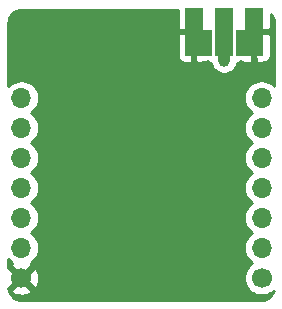
<source format=gbl>
G04 #@! TF.GenerationSoftware,KiCad,Pcbnew,(5.1.4)-1*
G04 #@! TF.CreationDate,2019-10-27T13:01:11+01:00*
G04 #@! TF.ProjectId,project,70726f6a-6563-4742-9e6b-696361645f70,1b*
G04 #@! TF.SameCoordinates,Original*
G04 #@! TF.FileFunction,Copper,L2,Bot*
G04 #@! TF.FilePolarity,Positive*
%FSLAX46Y46*%
G04 Gerber Fmt 4.6, Leading zero omitted, Abs format (unit mm)*
G04 Created by KiCad (PCBNEW (5.1.4)-1) date 2019-10-27 13:01:11*
%MOMM*%
%LPD*%
G04 APERTURE LIST*
%ADD10C,1.000000*%
%ADD11R,1.050000X2.200000*%
%ADD12R,1.524000X4.064000*%
%ADD13O,1.700000X1.700000*%
%ADD14C,1.700000*%
%ADD15C,0.800000*%
%ADD16C,0.600000*%
%ADD17C,0.250000*%
%ADD18C,0.508000*%
%ADD19C,1.000000*%
%ADD20C,0.254000*%
G04 APERTURE END LIST*
D10*
X135126200Y-81113800D03*
D11*
X136656200Y-79593800D03*
X133596200Y-79593800D03*
D12*
X135126200Y-78663800D03*
X137666200Y-78663800D03*
X132586200Y-78663800D03*
D13*
X117970300Y-84277200D03*
X117970300Y-86817200D03*
X117970300Y-89357200D03*
X117970300Y-91897200D03*
X117970300Y-94437200D03*
X117970300Y-96977200D03*
D14*
X117970300Y-99517200D03*
D13*
X138303000Y-84277200D03*
X138303000Y-86817200D03*
X138303000Y-89357200D03*
X138303000Y-91897200D03*
X138303000Y-94437200D03*
X138303000Y-96977200D03*
D14*
X138303000Y-99517200D03*
D15*
X135133080Y-100799900D03*
D16*
X117139720Y-81795620D03*
X131547620Y-81404460D03*
X132547620Y-81404460D03*
X133547620Y-81404460D03*
X136653540Y-81404460D03*
X137653540Y-81404460D03*
X138653540Y-81404460D03*
X131547620Y-82204460D03*
X132547620Y-82204460D03*
X133547620Y-82204460D03*
X136653540Y-82204460D03*
X137653540Y-82204460D03*
X138653540Y-82204460D03*
D15*
X135120380Y-81107278D03*
D17*
X132821200Y-79593800D02*
X132547620Y-79867380D01*
X133596200Y-79593800D02*
X132821200Y-79593800D01*
X137431200Y-79593800D02*
X137653540Y-79816140D01*
X136656200Y-79593800D02*
X137431200Y-79593800D01*
D18*
X132547620Y-78702380D02*
X132586200Y-78663800D01*
X132547620Y-81404460D02*
X132547620Y-78702380D01*
X137653540Y-78676460D02*
X137666200Y-78663800D01*
X137653540Y-81404460D02*
X137653540Y-78676460D01*
D19*
X135117840Y-81104738D02*
X135120380Y-81107278D01*
X135117840Y-78384400D02*
X135117840Y-81104738D01*
D20*
G36*
X131189200Y-78378050D02*
G01*
X131347950Y-78536800D01*
X132433290Y-78536800D01*
X132434249Y-78790800D01*
X131347950Y-78790800D01*
X131189200Y-78949550D01*
X131186128Y-80695800D01*
X131198388Y-80820282D01*
X131234698Y-80939980D01*
X131293663Y-81050294D01*
X131373015Y-81146985D01*
X131469706Y-81226337D01*
X131580020Y-81285302D01*
X131699718Y-81321612D01*
X131824200Y-81333872D01*
X132300450Y-81330800D01*
X132459200Y-81172050D01*
X132459200Y-80863814D01*
X132481698Y-80937980D01*
X132540663Y-81048294D01*
X132620015Y-81144985D01*
X132716706Y-81224337D01*
X132821503Y-81280353D01*
X132871950Y-81330800D01*
X133348200Y-81333872D01*
X133472682Y-81321612D01*
X133592380Y-81285302D01*
X133702694Y-81226337D01*
X133744872Y-81191722D01*
X133881950Y-81328800D01*
X134000198Y-81330318D01*
X134034571Y-81443629D01*
X134034817Y-81444867D01*
X134035300Y-81446033D01*
X134064164Y-81541184D01*
X134064165Y-81541185D01*
X134111036Y-81628874D01*
X134120376Y-81651424D01*
X134133935Y-81671716D01*
X134169557Y-81738361D01*
X134217498Y-81796778D01*
X134244588Y-81837320D01*
X134279067Y-81871799D01*
X134311392Y-81911187D01*
X134350780Y-81943512D01*
X134402680Y-81995412D01*
X134460726Y-82034197D01*
X134486758Y-82055561D01*
X134516457Y-82071435D01*
X134588576Y-82119624D01*
X134668711Y-82152817D01*
X134683934Y-82160954D01*
X134700452Y-82165965D01*
X134795133Y-82205183D01*
X134895641Y-82225175D01*
X134897882Y-82225855D01*
X134900213Y-82226085D01*
X135014412Y-82248800D01*
X135237988Y-82248800D01*
X135457267Y-82205183D01*
X135663824Y-82119624D01*
X135849720Y-81995412D01*
X136007812Y-81837320D01*
X136132024Y-81651424D01*
X136217583Y-81444867D01*
X136240338Y-81330471D01*
X136370450Y-81328800D01*
X136507528Y-81191722D01*
X136549706Y-81226337D01*
X136660020Y-81285302D01*
X136779718Y-81321612D01*
X136904200Y-81333872D01*
X137380450Y-81330800D01*
X137430897Y-81280353D01*
X137535694Y-81224337D01*
X137632385Y-81144985D01*
X137711737Y-81048294D01*
X137770702Y-80937980D01*
X137793200Y-80863814D01*
X137793200Y-81172050D01*
X137951950Y-81330800D01*
X138428200Y-81333872D01*
X138552682Y-81321612D01*
X138672380Y-81285302D01*
X138782694Y-81226337D01*
X138879385Y-81146985D01*
X138958737Y-81050294D01*
X139017702Y-80939980D01*
X139054012Y-80820282D01*
X139066272Y-80695800D01*
X139063200Y-78949550D01*
X138904450Y-78790800D01*
X137818151Y-78790800D01*
X137819110Y-78536800D01*
X138904450Y-78536800D01*
X139063200Y-78378050D01*
X139065336Y-77163973D01*
X139176670Y-77298553D01*
X139280183Y-77489995D01*
X139344539Y-77697894D01*
X139370601Y-77945862D01*
X139370601Y-83237257D01*
X139358134Y-83222066D01*
X139132014Y-83036494D01*
X138874034Y-82898601D01*
X138594111Y-82813687D01*
X138375950Y-82792200D01*
X138230050Y-82792200D01*
X138011889Y-82813687D01*
X137731966Y-82898601D01*
X137473986Y-83036494D01*
X137247866Y-83222066D01*
X137062294Y-83448186D01*
X136924401Y-83706166D01*
X136839487Y-83986089D01*
X136810815Y-84277200D01*
X136839487Y-84568311D01*
X136924401Y-84848234D01*
X137062294Y-85106214D01*
X137247866Y-85332334D01*
X137473986Y-85517906D01*
X137528791Y-85547200D01*
X137473986Y-85576494D01*
X137247866Y-85762066D01*
X137062294Y-85988186D01*
X136924401Y-86246166D01*
X136839487Y-86526089D01*
X136810815Y-86817200D01*
X136839487Y-87108311D01*
X136924401Y-87388234D01*
X137062294Y-87646214D01*
X137247866Y-87872334D01*
X137473986Y-88057906D01*
X137528791Y-88087200D01*
X137473986Y-88116494D01*
X137247866Y-88302066D01*
X137062294Y-88528186D01*
X136924401Y-88786166D01*
X136839487Y-89066089D01*
X136810815Y-89357200D01*
X136839487Y-89648311D01*
X136924401Y-89928234D01*
X137062294Y-90186214D01*
X137247866Y-90412334D01*
X137473986Y-90597906D01*
X137528791Y-90627200D01*
X137473986Y-90656494D01*
X137247866Y-90842066D01*
X137062294Y-91068186D01*
X136924401Y-91326166D01*
X136839487Y-91606089D01*
X136810815Y-91897200D01*
X136839487Y-92188311D01*
X136924401Y-92468234D01*
X137062294Y-92726214D01*
X137247866Y-92952334D01*
X137473986Y-93137906D01*
X137528791Y-93167200D01*
X137473986Y-93196494D01*
X137247866Y-93382066D01*
X137062294Y-93608186D01*
X136924401Y-93866166D01*
X136839487Y-94146089D01*
X136810815Y-94437200D01*
X136839487Y-94728311D01*
X136924401Y-95008234D01*
X137062294Y-95266214D01*
X137247866Y-95492334D01*
X137473986Y-95677906D01*
X137528791Y-95707200D01*
X137473986Y-95736494D01*
X137247866Y-95922066D01*
X137062294Y-96148186D01*
X136924401Y-96406166D01*
X136839487Y-96686089D01*
X136810815Y-96977200D01*
X136839487Y-97268311D01*
X136924401Y-97548234D01*
X137062294Y-97806214D01*
X137247866Y-98032334D01*
X137473986Y-98217906D01*
X137529885Y-98247785D01*
X137356368Y-98363725D01*
X137149525Y-98570568D01*
X136987010Y-98813789D01*
X136875068Y-99084042D01*
X136818000Y-99370940D01*
X136818000Y-99663460D01*
X136875068Y-99950358D01*
X136987010Y-100220611D01*
X137149525Y-100463832D01*
X137356368Y-100670675D01*
X137599589Y-100833190D01*
X137869842Y-100945132D01*
X138156740Y-101002200D01*
X138449260Y-101002200D01*
X138736158Y-100945132D01*
X139006411Y-100833190D01*
X139249632Y-100670675D01*
X139312156Y-100608151D01*
X139283176Y-100704135D01*
X139181003Y-100896295D01*
X139043454Y-101064947D01*
X138875762Y-101203673D01*
X138684324Y-101307183D01*
X138476426Y-101371539D01*
X138228467Y-101397600D01*
X118003804Y-101397600D01*
X117753704Y-101373078D01*
X117545365Y-101310176D01*
X117353205Y-101208003D01*
X117184553Y-101070454D01*
X117045827Y-100902762D01*
X116942317Y-100711324D01*
X116891016Y-100545597D01*
X117121508Y-100545597D01*
X117199143Y-100794672D01*
X117463183Y-100920571D01*
X117746711Y-100992539D01*
X118038831Y-101007811D01*
X118328319Y-100965799D01*
X118604047Y-100868119D01*
X118741457Y-100794672D01*
X118819092Y-100545597D01*
X117970300Y-99696805D01*
X117121508Y-100545597D01*
X116891016Y-100545597D01*
X116877961Y-100503426D01*
X116860862Y-100340732D01*
X116941903Y-100365992D01*
X117790695Y-99517200D01*
X118149905Y-99517200D01*
X118998697Y-100365992D01*
X119247772Y-100288357D01*
X119373671Y-100024317D01*
X119445639Y-99740789D01*
X119460911Y-99448669D01*
X119418899Y-99159181D01*
X119321219Y-98883453D01*
X119247772Y-98746043D01*
X118998697Y-98668408D01*
X118149905Y-99517200D01*
X117790695Y-99517200D01*
X116941903Y-98668408D01*
X116851900Y-98696461D01*
X116851900Y-97955244D01*
X116915166Y-98032334D01*
X117141286Y-98217906D01*
X117196711Y-98247531D01*
X117121508Y-98488803D01*
X117970300Y-99337595D01*
X118819092Y-98488803D01*
X118743889Y-98247531D01*
X118799314Y-98217906D01*
X119025434Y-98032334D01*
X119211006Y-97806214D01*
X119348899Y-97548234D01*
X119433813Y-97268311D01*
X119462485Y-96977200D01*
X119433813Y-96686089D01*
X119348899Y-96406166D01*
X119211006Y-96148186D01*
X119025434Y-95922066D01*
X118799314Y-95736494D01*
X118744509Y-95707200D01*
X118799314Y-95677906D01*
X119025434Y-95492334D01*
X119211006Y-95266214D01*
X119348899Y-95008234D01*
X119433813Y-94728311D01*
X119462485Y-94437200D01*
X119433813Y-94146089D01*
X119348899Y-93866166D01*
X119211006Y-93608186D01*
X119025434Y-93382066D01*
X118799314Y-93196494D01*
X118744509Y-93167200D01*
X118799314Y-93137906D01*
X119025434Y-92952334D01*
X119211006Y-92726214D01*
X119348899Y-92468234D01*
X119433813Y-92188311D01*
X119462485Y-91897200D01*
X119433813Y-91606089D01*
X119348899Y-91326166D01*
X119211006Y-91068186D01*
X119025434Y-90842066D01*
X118799314Y-90656494D01*
X118744509Y-90627200D01*
X118799314Y-90597906D01*
X119025434Y-90412334D01*
X119211006Y-90186214D01*
X119348899Y-89928234D01*
X119433813Y-89648311D01*
X119462485Y-89357200D01*
X119433813Y-89066089D01*
X119348899Y-88786166D01*
X119211006Y-88528186D01*
X119025434Y-88302066D01*
X118799314Y-88116494D01*
X118744509Y-88087200D01*
X118799314Y-88057906D01*
X119025434Y-87872334D01*
X119211006Y-87646214D01*
X119348899Y-87388234D01*
X119433813Y-87108311D01*
X119462485Y-86817200D01*
X119433813Y-86526089D01*
X119348899Y-86246166D01*
X119211006Y-85988186D01*
X119025434Y-85762066D01*
X118799314Y-85576494D01*
X118744509Y-85547200D01*
X118799314Y-85517906D01*
X119025434Y-85332334D01*
X119211006Y-85106214D01*
X119348899Y-84848234D01*
X119433813Y-84568311D01*
X119462485Y-84277200D01*
X119433813Y-83986089D01*
X119348899Y-83706166D01*
X119211006Y-83448186D01*
X119025434Y-83222066D01*
X118799314Y-83036494D01*
X118541334Y-82898601D01*
X118261411Y-82813687D01*
X118043250Y-82792200D01*
X117897350Y-82792200D01*
X117679189Y-82813687D01*
X117399266Y-82898601D01*
X117141286Y-83036494D01*
X116915166Y-83222066D01*
X116851900Y-83299156D01*
X116851900Y-77955623D01*
X116876422Y-77705524D01*
X116939324Y-77497185D01*
X117041497Y-77305025D01*
X117179047Y-77136372D01*
X117346733Y-76997650D01*
X117538175Y-76894137D01*
X117746074Y-76829781D01*
X117994033Y-76803720D01*
X131186430Y-76803720D01*
X131189200Y-78378050D01*
X131189200Y-78378050D01*
G37*
X131189200Y-78378050D02*
X131347950Y-78536800D01*
X132433290Y-78536800D01*
X132434249Y-78790800D01*
X131347950Y-78790800D01*
X131189200Y-78949550D01*
X131186128Y-80695800D01*
X131198388Y-80820282D01*
X131234698Y-80939980D01*
X131293663Y-81050294D01*
X131373015Y-81146985D01*
X131469706Y-81226337D01*
X131580020Y-81285302D01*
X131699718Y-81321612D01*
X131824200Y-81333872D01*
X132300450Y-81330800D01*
X132459200Y-81172050D01*
X132459200Y-80863814D01*
X132481698Y-80937980D01*
X132540663Y-81048294D01*
X132620015Y-81144985D01*
X132716706Y-81224337D01*
X132821503Y-81280353D01*
X132871950Y-81330800D01*
X133348200Y-81333872D01*
X133472682Y-81321612D01*
X133592380Y-81285302D01*
X133702694Y-81226337D01*
X133744872Y-81191722D01*
X133881950Y-81328800D01*
X134000198Y-81330318D01*
X134034571Y-81443629D01*
X134034817Y-81444867D01*
X134035300Y-81446033D01*
X134064164Y-81541184D01*
X134064165Y-81541185D01*
X134111036Y-81628874D01*
X134120376Y-81651424D01*
X134133935Y-81671716D01*
X134169557Y-81738361D01*
X134217498Y-81796778D01*
X134244588Y-81837320D01*
X134279067Y-81871799D01*
X134311392Y-81911187D01*
X134350780Y-81943512D01*
X134402680Y-81995412D01*
X134460726Y-82034197D01*
X134486758Y-82055561D01*
X134516457Y-82071435D01*
X134588576Y-82119624D01*
X134668711Y-82152817D01*
X134683934Y-82160954D01*
X134700452Y-82165965D01*
X134795133Y-82205183D01*
X134895641Y-82225175D01*
X134897882Y-82225855D01*
X134900213Y-82226085D01*
X135014412Y-82248800D01*
X135237988Y-82248800D01*
X135457267Y-82205183D01*
X135663824Y-82119624D01*
X135849720Y-81995412D01*
X136007812Y-81837320D01*
X136132024Y-81651424D01*
X136217583Y-81444867D01*
X136240338Y-81330471D01*
X136370450Y-81328800D01*
X136507528Y-81191722D01*
X136549706Y-81226337D01*
X136660020Y-81285302D01*
X136779718Y-81321612D01*
X136904200Y-81333872D01*
X137380450Y-81330800D01*
X137430897Y-81280353D01*
X137535694Y-81224337D01*
X137632385Y-81144985D01*
X137711737Y-81048294D01*
X137770702Y-80937980D01*
X137793200Y-80863814D01*
X137793200Y-81172050D01*
X137951950Y-81330800D01*
X138428200Y-81333872D01*
X138552682Y-81321612D01*
X138672380Y-81285302D01*
X138782694Y-81226337D01*
X138879385Y-81146985D01*
X138958737Y-81050294D01*
X139017702Y-80939980D01*
X139054012Y-80820282D01*
X139066272Y-80695800D01*
X139063200Y-78949550D01*
X138904450Y-78790800D01*
X137818151Y-78790800D01*
X137819110Y-78536800D01*
X138904450Y-78536800D01*
X139063200Y-78378050D01*
X139065336Y-77163973D01*
X139176670Y-77298553D01*
X139280183Y-77489995D01*
X139344539Y-77697894D01*
X139370601Y-77945862D01*
X139370601Y-83237257D01*
X139358134Y-83222066D01*
X139132014Y-83036494D01*
X138874034Y-82898601D01*
X138594111Y-82813687D01*
X138375950Y-82792200D01*
X138230050Y-82792200D01*
X138011889Y-82813687D01*
X137731966Y-82898601D01*
X137473986Y-83036494D01*
X137247866Y-83222066D01*
X137062294Y-83448186D01*
X136924401Y-83706166D01*
X136839487Y-83986089D01*
X136810815Y-84277200D01*
X136839487Y-84568311D01*
X136924401Y-84848234D01*
X137062294Y-85106214D01*
X137247866Y-85332334D01*
X137473986Y-85517906D01*
X137528791Y-85547200D01*
X137473986Y-85576494D01*
X137247866Y-85762066D01*
X137062294Y-85988186D01*
X136924401Y-86246166D01*
X136839487Y-86526089D01*
X136810815Y-86817200D01*
X136839487Y-87108311D01*
X136924401Y-87388234D01*
X137062294Y-87646214D01*
X137247866Y-87872334D01*
X137473986Y-88057906D01*
X137528791Y-88087200D01*
X137473986Y-88116494D01*
X137247866Y-88302066D01*
X137062294Y-88528186D01*
X136924401Y-88786166D01*
X136839487Y-89066089D01*
X136810815Y-89357200D01*
X136839487Y-89648311D01*
X136924401Y-89928234D01*
X137062294Y-90186214D01*
X137247866Y-90412334D01*
X137473986Y-90597906D01*
X137528791Y-90627200D01*
X137473986Y-90656494D01*
X137247866Y-90842066D01*
X137062294Y-91068186D01*
X136924401Y-91326166D01*
X136839487Y-91606089D01*
X136810815Y-91897200D01*
X136839487Y-92188311D01*
X136924401Y-92468234D01*
X137062294Y-92726214D01*
X137247866Y-92952334D01*
X137473986Y-93137906D01*
X137528791Y-93167200D01*
X137473986Y-93196494D01*
X137247866Y-93382066D01*
X137062294Y-93608186D01*
X136924401Y-93866166D01*
X136839487Y-94146089D01*
X136810815Y-94437200D01*
X136839487Y-94728311D01*
X136924401Y-95008234D01*
X137062294Y-95266214D01*
X137247866Y-95492334D01*
X137473986Y-95677906D01*
X137528791Y-95707200D01*
X137473986Y-95736494D01*
X137247866Y-95922066D01*
X137062294Y-96148186D01*
X136924401Y-96406166D01*
X136839487Y-96686089D01*
X136810815Y-96977200D01*
X136839487Y-97268311D01*
X136924401Y-97548234D01*
X137062294Y-97806214D01*
X137247866Y-98032334D01*
X137473986Y-98217906D01*
X137529885Y-98247785D01*
X137356368Y-98363725D01*
X137149525Y-98570568D01*
X136987010Y-98813789D01*
X136875068Y-99084042D01*
X136818000Y-99370940D01*
X136818000Y-99663460D01*
X136875068Y-99950358D01*
X136987010Y-100220611D01*
X137149525Y-100463832D01*
X137356368Y-100670675D01*
X137599589Y-100833190D01*
X137869842Y-100945132D01*
X138156740Y-101002200D01*
X138449260Y-101002200D01*
X138736158Y-100945132D01*
X139006411Y-100833190D01*
X139249632Y-100670675D01*
X139312156Y-100608151D01*
X139283176Y-100704135D01*
X139181003Y-100896295D01*
X139043454Y-101064947D01*
X138875762Y-101203673D01*
X138684324Y-101307183D01*
X138476426Y-101371539D01*
X138228467Y-101397600D01*
X118003804Y-101397600D01*
X117753704Y-101373078D01*
X117545365Y-101310176D01*
X117353205Y-101208003D01*
X117184553Y-101070454D01*
X117045827Y-100902762D01*
X116942317Y-100711324D01*
X116891016Y-100545597D01*
X117121508Y-100545597D01*
X117199143Y-100794672D01*
X117463183Y-100920571D01*
X117746711Y-100992539D01*
X118038831Y-101007811D01*
X118328319Y-100965799D01*
X118604047Y-100868119D01*
X118741457Y-100794672D01*
X118819092Y-100545597D01*
X117970300Y-99696805D01*
X117121508Y-100545597D01*
X116891016Y-100545597D01*
X116877961Y-100503426D01*
X116860862Y-100340732D01*
X116941903Y-100365992D01*
X117790695Y-99517200D01*
X118149905Y-99517200D01*
X118998697Y-100365992D01*
X119247772Y-100288357D01*
X119373671Y-100024317D01*
X119445639Y-99740789D01*
X119460911Y-99448669D01*
X119418899Y-99159181D01*
X119321219Y-98883453D01*
X119247772Y-98746043D01*
X118998697Y-98668408D01*
X118149905Y-99517200D01*
X117790695Y-99517200D01*
X116941903Y-98668408D01*
X116851900Y-98696461D01*
X116851900Y-97955244D01*
X116915166Y-98032334D01*
X117141286Y-98217906D01*
X117196711Y-98247531D01*
X117121508Y-98488803D01*
X117970300Y-99337595D01*
X118819092Y-98488803D01*
X118743889Y-98247531D01*
X118799314Y-98217906D01*
X119025434Y-98032334D01*
X119211006Y-97806214D01*
X119348899Y-97548234D01*
X119433813Y-97268311D01*
X119462485Y-96977200D01*
X119433813Y-96686089D01*
X119348899Y-96406166D01*
X119211006Y-96148186D01*
X119025434Y-95922066D01*
X118799314Y-95736494D01*
X118744509Y-95707200D01*
X118799314Y-95677906D01*
X119025434Y-95492334D01*
X119211006Y-95266214D01*
X119348899Y-95008234D01*
X119433813Y-94728311D01*
X119462485Y-94437200D01*
X119433813Y-94146089D01*
X119348899Y-93866166D01*
X119211006Y-93608186D01*
X119025434Y-93382066D01*
X118799314Y-93196494D01*
X118744509Y-93167200D01*
X118799314Y-93137906D01*
X119025434Y-92952334D01*
X119211006Y-92726214D01*
X119348899Y-92468234D01*
X119433813Y-92188311D01*
X119462485Y-91897200D01*
X119433813Y-91606089D01*
X119348899Y-91326166D01*
X119211006Y-91068186D01*
X119025434Y-90842066D01*
X118799314Y-90656494D01*
X118744509Y-90627200D01*
X118799314Y-90597906D01*
X119025434Y-90412334D01*
X119211006Y-90186214D01*
X119348899Y-89928234D01*
X119433813Y-89648311D01*
X119462485Y-89357200D01*
X119433813Y-89066089D01*
X119348899Y-88786166D01*
X119211006Y-88528186D01*
X119025434Y-88302066D01*
X118799314Y-88116494D01*
X118744509Y-88087200D01*
X118799314Y-88057906D01*
X119025434Y-87872334D01*
X119211006Y-87646214D01*
X119348899Y-87388234D01*
X119433813Y-87108311D01*
X119462485Y-86817200D01*
X119433813Y-86526089D01*
X119348899Y-86246166D01*
X119211006Y-85988186D01*
X119025434Y-85762066D01*
X118799314Y-85576494D01*
X118744509Y-85547200D01*
X118799314Y-85517906D01*
X119025434Y-85332334D01*
X119211006Y-85106214D01*
X119348899Y-84848234D01*
X119433813Y-84568311D01*
X119462485Y-84277200D01*
X119433813Y-83986089D01*
X119348899Y-83706166D01*
X119211006Y-83448186D01*
X119025434Y-83222066D01*
X118799314Y-83036494D01*
X118541334Y-82898601D01*
X118261411Y-82813687D01*
X118043250Y-82792200D01*
X117897350Y-82792200D01*
X117679189Y-82813687D01*
X117399266Y-82898601D01*
X117141286Y-83036494D01*
X116915166Y-83222066D01*
X116851900Y-83299156D01*
X116851900Y-77955623D01*
X116876422Y-77705524D01*
X116939324Y-77497185D01*
X117041497Y-77305025D01*
X117179047Y-77136372D01*
X117346733Y-76997650D01*
X117538175Y-76894137D01*
X117746074Y-76829781D01*
X117994033Y-76803720D01*
X131186430Y-76803720D01*
X131189200Y-78378050D01*
G36*
X132459200Y-79856550D02*
G01*
X132459200Y-79720802D01*
X132594948Y-79720802D01*
X132459200Y-79856550D01*
X132459200Y-79856550D01*
G37*
X132459200Y-79856550D02*
X132459200Y-79720802D01*
X132594948Y-79720802D01*
X132459200Y-79856550D01*
G36*
X137793200Y-79856550D02*
G01*
X137657452Y-79720802D01*
X137793200Y-79720802D01*
X137793200Y-79856550D01*
X137793200Y-79856550D01*
G37*
X137793200Y-79856550D02*
X137657452Y-79720802D01*
X137793200Y-79720802D01*
X137793200Y-79856550D01*
M02*

</source>
